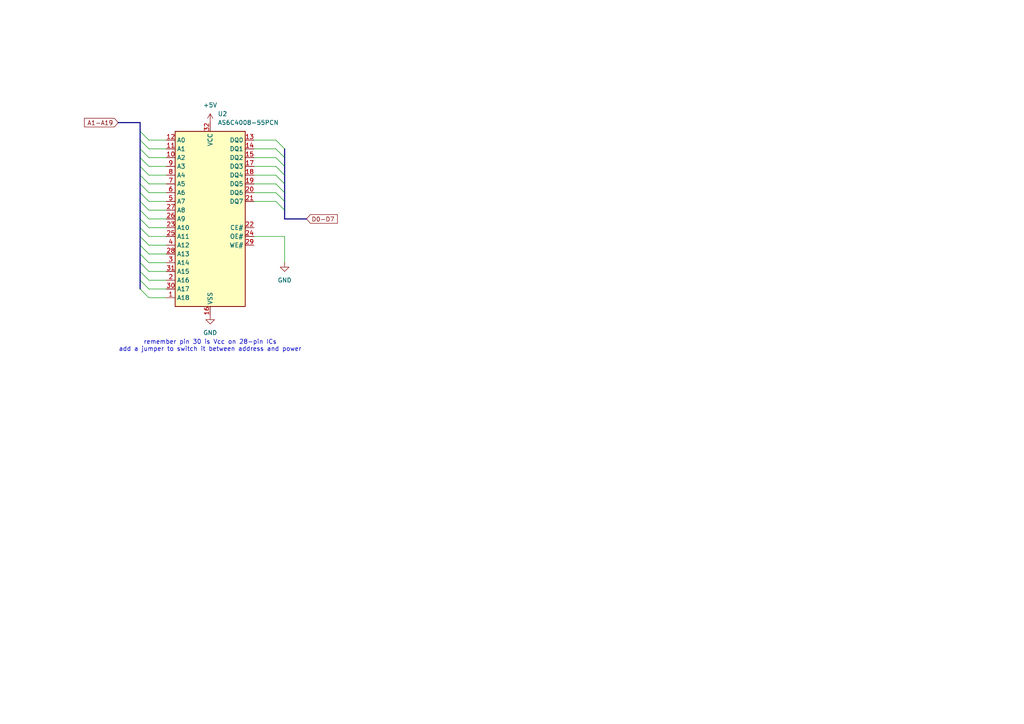
<source format=kicad_sch>
(kicad_sch (version 20231120) (generator "eeschema") (generator_version "8.0")
  (paper "A4")
  (lib_symbols
    (symbol "Memory_RAM:AS6C4008-55PCN"
      (property "Reference" "U" (at -10.16 26.035 0))
      (property "Value" "AS6C4008-55PCN" (at 2.54 26.035 0))
      (symbol "AS6C4008-55PCN_0_0"
        (pin power_in line (at 0 -27.94 90) (length 2.54) (name "VSS") (number "16"))
        (pin power_in line (at 0 27.94 270) (length 2.54) (name "VCC") (number "32"))
      )
      (symbol "AS6C4008-55PCN_0_1"
        (rectangle (start -10.16 25.4) (end 10.16 -25.4) (stroke (width 0.254)) (fill (type background)))
      )
      (symbol "AS6C4008-55PCN_1_1"
        (pin input line (at -12.7 -22.86 0) (length 2.54) (name "A18") (number "1"))
        (pin input line (at -12.7 17.78 0) (length 2.54) (name "A2") (number "10"))
        (pin input line (at -12.7 20.32 0) (length 2.54) (name "A1") (number "11"))
        (pin input line (at -12.7 22.86 0) (length 2.54) (name "A0") (number "12"))
        (pin tri_state line (at 12.7 22.86 180) (length 2.54) (name "DQ0") (number "13"))
        (pin tri_state line (at 12.7 20.32 180) (length 2.54) (name "DQ1") (number "14"))
        (pin tri_state line (at 12.7 17.78 180) (length 2.54) (name "DQ2") (number "15"))
        (pin tri_state line (at 12.7 15.24 180) (length 2.54) (name "DQ3") (number "17"))
        (pin tri_state line (at 12.7 12.7 180) (length 2.54) (name "DQ4") (number "18"))
        (pin tri_state line (at 12.7 10.16 180) (length 2.54) (name "DQ5") (number "19"))
        (pin input line (at -12.7 -17.78 0) (length 2.54) (name "A16") (number "2"))
        (pin tri_state line (at 12.7 7.62 180) (length 2.54) (name "DQ6") (number "20"))
        (pin tri_state line (at 12.7 5.08 180) (length 2.54) (name "DQ7") (number "21"))
        (pin input line (at 12.7 -2.54 180) (length 2.54) (name "CE#") (number "22"))
        (pin input line (at -12.7 -2.54 0) (length 2.54) (name "A10") (number "23"))
        (pin input line (at 12.7 -5.08 180) (length 2.54) (name "OE#") (number "24"))
        (pin input line (at -12.7 -5.08 0) (length 2.54) (name "A11") (number "25"))
        (pin input line (at -12.7 0 0) (length 2.54) (name "A9") (number "26"))
        (pin input line (at -12.7 2.54 0) (length 2.54) (name "A8") (number "27"))
        (pin input line (at -12.7 -10.16 0) (length 2.54) (name "A13") (number "28"))
        (pin input line (at 12.7 -7.62 180) (length 2.54) (name "WE#") (number "29"))
        (pin input line (at -12.7 -12.7 0) (length 2.54) (name "A14") (number "3"))
        (pin input line (at -12.7 -20.32 0) (length 2.54) (name "A17") (number "30"))
        (pin input line (at -12.7 -15.24 0) (length 2.54) (name "A15") (number "31"))
        (pin input line (at -12.7 -7.62 0) (length 2.54) (name "A12") (number "4"))
        (pin input line (at -12.7 5.08 0) (length 2.54) (name "A7") (number "5"))
        (pin input line (at -12.7 7.62 0) (length 2.54) (name "A6") (number "6"))
        (pin input line (at -12.7 10.16 0) (length 2.54) (name "A5") (number "7"))
        (pin input line (at -12.7 12.7 0) (length 2.54) (name "A4") (number "8"))
        (pin input line (at -12.7 15.24 0) (length 2.54) (name "A3") (number "9"))
      )
    )
    (symbol "power:+5V" (power) (pin_numbers hide) (pin_names (offset 0) hide)
      (property "Value" "+5V" (at 0 3.556 0))
      (symbol "+5V_0_1"
        (polyline (pts (xy -0.762 1.27) (xy 0 2.54)))
        (polyline (pts (xy 0 0) (xy 0 2.54)))
        (polyline (pts (xy 0 2.54) (xy 0.762 1.27)))
      )
      (symbol "+5V_1_1"
        (pin power_in line (at 0 0 90) (length 0) (name "~") (number "1"))
      )
    )
    (symbol "power:GND" (power) (pin_numbers hide) (pin_names (offset 0) hide)
      (property "Value" "GND" (at 0 -3.81 0))
      (symbol "GND_0_1"
        (polyline (pts (xy 0 0) (xy 0 -1.27) (xy 1.27 -1.27) (xy 0 -2.54) (xy -1.27 -1.27) (xy 0 -1.27)))
      )
      (symbol "GND_1_1"
        (pin power_in line (at 0 0 270) (length 0) (name "~") (number "1"))
      )
    )
  )
  (bus_entry (at 80.01 45.72) (size 2.54 2.54))
  (bus_entry (at 40.64 43.18) (size 2.54 2.54))
  (bus_entry (at 40.64 60.96) (size 2.54 2.54))
  (bus_entry (at 40.64 66.04) (size 2.54 2.54))
  (bus_entry (at 40.64 73.66) (size 2.54 2.54))
  (bus_entry (at 80.01 43.18) (size 2.54 2.54))
  (bus_entry (at 40.64 83.82) (size 2.54 2.54))
  (bus_entry (at 40.64 63.5) (size 2.54 2.54))
  (bus_entry (at 40.64 68.58) (size 2.54 2.54))
  (bus_entry (at 80.01 55.88) (size 2.54 2.54))
  (bus_entry (at 40.64 55.88) (size 2.54 2.54))
  (bus_entry (at 80.01 48.26) (size 2.54 2.54))
  (bus_entry (at 40.64 78.74) (size 2.54 2.54))
  (bus_entry (at 80.01 40.64) (size 2.54 2.54))
  (bus_entry (at 40.64 45.72) (size 2.54 2.54))
  (bus_entry (at 80.01 53.34) (size 2.54 2.54))
  (bus_entry (at 40.64 81.28) (size 2.54 2.54))
  (bus_entry (at 40.64 71.12) (size 2.54 2.54))
  (bus_entry (at 40.64 50.8) (size 2.54 2.54))
  (bus_entry (at 40.64 40.64) (size 2.54 2.54))
  (bus_entry (at 80.01 50.8) (size 2.54 2.54))
  (bus_entry (at 40.64 58.42) (size 2.54 2.54))
  (bus_entry (at 40.64 53.34) (size 2.54 2.54))
  (bus_entry (at 80.01 58.42) (size 2.54 2.54))
  (bus_entry (at 40.64 38.1) (size 2.54 2.54))
  (bus_entry (at 40.64 48.26) (size 2.54 2.54))
  (bus_entry (at 40.64 76.2) (size 2.54 2.54))
  (bus (pts (xy 82.55 48.26) (xy 82.55 50.8)))
  (wire (pts (xy 43.18 63.5) (xy 48.26 63.5)))
  (bus (pts (xy 40.64 40.64) (xy 40.64 38.1)))
  (wire (pts (xy 73.66 68.58) (xy 82.55 68.58)))
  (bus (pts (xy 40.64 66.04) (xy 40.64 63.5)))
  (wire (pts (xy 43.18 81.28) (xy 48.26 81.28)))
  (wire (pts (xy 43.18 58.42) (xy 48.26 58.42)))
  (wire (pts (xy 43.18 48.26) (xy 48.26 48.26)))
  (bus (pts (xy 40.64 43.18) (xy 40.64 40.64)))
  (wire (pts (xy 43.18 86.36) (xy 48.26 86.36)))
  (bus (pts (xy 82.55 50.8) (xy 82.55 53.34)))
  (bus (pts (xy 40.64 78.74) (xy 40.64 76.2)))
  (wire (pts (xy 73.66 40.64) (xy 80.01 40.64)))
  (bus (pts (xy 40.64 73.66) (xy 40.64 71.12)))
  (wire (pts (xy 73.66 48.26) (xy 80.01 48.26)))
  (bus (pts (xy 82.55 43.18) (xy 82.55 45.72)))
  (bus (pts (xy 40.64 50.8) (xy 40.64 48.26)))
  (bus (pts (xy 40.64 48.26) (xy 40.64 45.72)))
  (bus (pts (xy 82.55 53.34) (xy 82.55 55.88)))
  (wire (pts (xy 43.18 60.96) (xy 48.26 60.96)))
  (bus (pts (xy 82.55 45.72) (xy 82.55 48.26)))
  (bus (pts (xy 82.55 55.88) (xy 82.55 58.42)))
  (wire (pts (xy 43.18 45.72) (xy 48.26 45.72)))
  (bus (pts (xy 82.55 63.5) (xy 88.9 63.5)))
  (bus (pts (xy 40.64 63.5) (xy 40.64 60.96)))
  (wire (pts (xy 73.66 50.8) (xy 80.01 50.8)))
  (bus (pts (xy 40.64 71.12) (xy 40.64 68.58)))
  (wire (pts (xy 73.66 58.42) (xy 80.01 58.42)))
  (bus (pts (xy 40.64 55.88) (xy 40.64 53.34)))
  (bus (pts (xy 82.55 63.5) (xy 82.55 60.96)))
  (wire (pts (xy 43.18 53.34) (xy 48.26 53.34)))
  (wire (pts (xy 43.18 71.12) (xy 48.26 71.12)))
  (wire (pts (xy 43.18 40.64) (xy 48.26 40.64)))
  (wire (pts (xy 73.66 55.88) (xy 80.01 55.88)))
  (wire (pts (xy 43.18 43.18) (xy 48.26 43.18)))
  (bus (pts (xy 40.64 53.34) (xy 40.64 50.8)))
  (wire (pts (xy 82.55 68.58) (xy 82.55 76.2)))
  (bus (pts (xy 82.55 58.42) (xy 82.55 60.96)))
  (bus (pts (xy 40.64 76.2) (xy 40.64 73.66)))
  (wire (pts (xy 43.18 83.82) (xy 48.26 83.82)))
  (wire (pts (xy 43.18 55.88) (xy 48.26 55.88)))
  (bus (pts (xy 40.64 60.96) (xy 40.64 58.42)))
  (bus (pts (xy 40.64 68.58) (xy 40.64 66.04)))
  (wire (pts (xy 73.66 43.18) (xy 80.01 43.18)))
  (wire (pts (xy 43.18 68.58) (xy 48.26 68.58)))
  (bus (pts (xy 40.64 58.42) (xy 40.64 55.88)))
  (bus (pts (xy 34.29 35.56) (xy 40.64 35.56)))
  (bus (pts (xy 40.64 45.72) (xy 40.64 43.18)))
  (wire (pts (xy 73.66 53.34) (xy 80.01 53.34)))
  (wire (pts (xy 43.18 76.2) (xy 48.26 76.2)))
  (bus (pts (xy 40.64 83.82) (xy 40.64 81.28)))
  (wire (pts (xy 43.18 66.04) (xy 48.26 66.04)))
  (bus (pts (xy 40.64 81.28) (xy 40.64 78.74)))
  (bus (pts (xy 40.64 38.1) (xy 40.64 35.56)))
  (wire (pts (xy 43.18 73.66) (xy 48.26 73.66)))
  (wire (pts (xy 43.18 78.74) (xy 48.26 78.74)))
  (wire (pts (xy 73.66 45.72) (xy 80.01 45.72)))
  (wire (pts (xy 43.18 50.8) (xy 48.26 50.8)))
  (text "remember pin 30 is Vcc on 28-pin ICs\nadd a jumper to switch it between address and power" (at 60.96 100.33 0) (effects (font (size 1.27 1.27))))
  (global_label "D0-D7" (shape input) (at 88.9 63.5 0) (property "Intersheetrefs" "${INTERSHEET_REFS}" (effects (hide yes))))
  (global_label "A1-A19" (shape input) (at 34.29 35.56 180) (property "Intersheetrefs" "${INTERSHEET_REFS}" (effects (hide yes))))
  (symbol (lib_id "power:GND") (at 60.96 91.44 0) (unit 1)
    (property "Reference" "#PWR01" (effects (hide yes)))
    (property "Value" "GND" (at 60.96 96.52 0))
    (property "Description" "Power symbol creates a global label with name \"GND\" , ground" (effects (hide yes)))
  )
  (symbol (lib_id "power:+5V") (at 60.96 35.56 0) (unit 1)
    (property "Reference" "#PWR02" (effects (hide yes)))
    (property "Value" "+5V" (at 60.96 30.48 0))
    (property "Description" "Power symbol creates a global label with name \"+5V\"" (effects (hide yes)))
  )
  (symbol (lib_id "power:GND") (at 82.55 76.2 0) (unit 1)
    (property "Reference" "#PWR03" (effects (hide yes)))
    (property "Value" "GND" (at 82.55 81.28 0))
    (property "Description" "Power symbol creates a global label with name \"GND\" , ground" (effects (hide yes)))
  )
  (symbol (lib_id "Memory_RAM:AS6C4008-55PCN") (at 60.96 63.5 0) (unit 1)
    (property "Reference" "U2" (at 63.1541 33.02 0) (effects (justify left)))
    (property "Value" "AS6C4008-55PCN" (at 63.1541 35.56 0) (effects (justify left)))
    (property "Footprint" "Package_DIP:DIP-32_W15.24mm" (effects (hide yes)))
    (property "Datasheet" "https://www.alliancememory.com/wp-content/uploads/pdf/AS6C4008.pdf" (effects (hide yes)))
    (property "Description" "512K x 8 Low Power CMOS RAM, DIP-32" (effects (hide yes)))
  )
)
</source>
